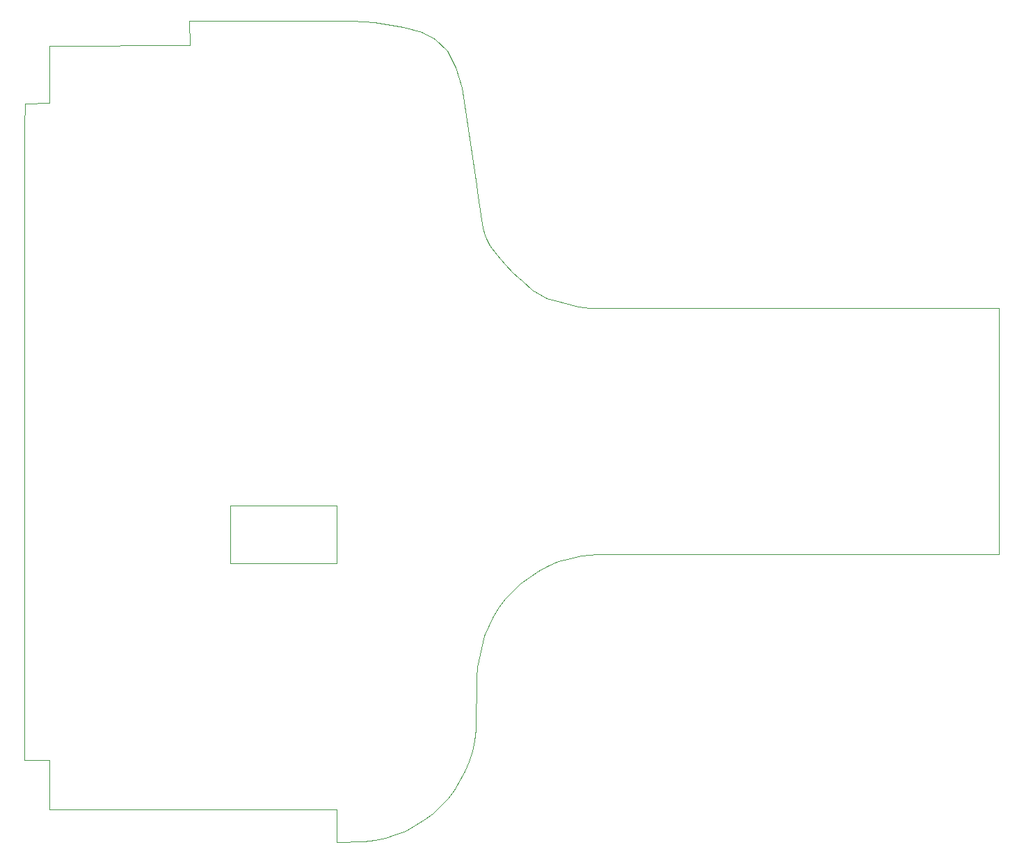
<source format=gbr>
G04 #@! TF.FileFunction,Profile,NP*
%FSLAX46Y46*%
G04 Gerber Fmt 4.6, Leading zero omitted, Abs format (unit mm)*
G04 Created by KiCad (PCBNEW 4.0.6) date 03/10/20 06:56:11*
%MOMM*%
%LPD*%
G01*
G04 APERTURE LIST*
%ADD10C,0.100000*%
%ADD11C,0.050000*%
G04 APERTURE END LIST*
D10*
D11*
X103527759Y-112433220D02*
X103527759Y-119433220D01*
X103528039Y-119433460D02*
X90528039Y-119433460D01*
X90528039Y-112433220D02*
X90528039Y-119433220D01*
X103528039Y-112433220D02*
X90528039Y-112433220D01*
X135166100Y-118402100D02*
X184137300Y-118397020D01*
X184137300Y-118397020D02*
X184147460Y-88422480D01*
X184147460Y-88422480D02*
X134315200Y-88374220D01*
X65567560Y-63466980D02*
X68534280Y-63383160D01*
X65521840Y-143446500D02*
X68511420Y-143449040D01*
X65528039Y-66397942D02*
X65521840Y-143446500D01*
X68549520Y-56438800D02*
X85618320Y-56362600D01*
X85618320Y-56362600D02*
X85598000Y-53426360D01*
X85598000Y-53426360D02*
X105481120Y-53416200D01*
X65567560Y-63466980D02*
X65528039Y-66397942D01*
X68534280Y-63383160D02*
X68549520Y-56438800D01*
X108082080Y-53558440D02*
X111660940Y-54218840D01*
X111660940Y-54218840D02*
X113827560Y-54782720D01*
X113827560Y-54782720D02*
X115458240Y-55661560D01*
X115458240Y-55661560D02*
X116933980Y-57073800D01*
X116933980Y-57073800D02*
X117970300Y-59082940D01*
X105481120Y-53416200D02*
X108082080Y-53558440D01*
X117970300Y-59082940D02*
X118745000Y-61595000D01*
X118745000Y-61595000D02*
X120528039Y-73433220D01*
X124037373Y-83075036D02*
X124921437Y-84039826D01*
X132923317Y-88205338D02*
X134315200Y-88374220D01*
X135166100Y-118402100D02*
X134175500Y-118427500D01*
X134175500Y-118427500D02*
X133286500Y-118554500D01*
X133286500Y-118554500D02*
X132923317Y-118661102D01*
X129188763Y-119838604D02*
X128028039Y-120442840D01*
X128028039Y-120442840D02*
X126924393Y-121145938D01*
X126924393Y-121145938D02*
X125886223Y-121942552D01*
X125886223Y-121942552D02*
X124921437Y-122826618D01*
X124921437Y-122826618D02*
X124037373Y-123791406D01*
X124037373Y-123791406D02*
X123240757Y-124829572D01*
X122537659Y-125933220D02*
X121432648Y-128302917D01*
X120585118Y-132125883D02*
X120528039Y-133433220D01*
X120528039Y-133433220D02*
X120470959Y-139740555D01*
X120470959Y-139740555D02*
X120300156Y-141037942D01*
X120300156Y-141037942D02*
X120016926Y-142315505D01*
X120016926Y-142315505D02*
X119623429Y-143563522D01*
X119623429Y-143563522D02*
X119122654Y-144772493D01*
X119122654Y-144772493D02*
X117815320Y-147036866D01*
X117815320Y-147036866D02*
X117018704Y-148075034D01*
X117018704Y-148075034D02*
X116134640Y-149039821D01*
X116134640Y-149039821D02*
X115169854Y-149923886D01*
X115169854Y-149923886D02*
X114131684Y-150720500D01*
X113028039Y-151423601D02*
X111867314Y-152027836D01*
X111867314Y-152027836D02*
X110658341Y-152528609D01*
X110658341Y-152528609D02*
X109410325Y-152922107D01*
X109410325Y-152922107D02*
X108132760Y-153205336D01*
X108132760Y-153205336D02*
X106835373Y-153376140D01*
X106835373Y-153376140D02*
X103528039Y-153433220D01*
X103528039Y-153433220D02*
X103528039Y-149433220D01*
X121432648Y-128302917D02*
X120585118Y-132125883D01*
X123240757Y-124829572D02*
X122537659Y-125933220D01*
X113028039Y-151423601D02*
X114131684Y-150720500D01*
X103528039Y-149433220D02*
X68546980Y-149415500D01*
X68546980Y-149415500D02*
X68511420Y-143449040D01*
X129188763Y-119838604D02*
X130238500Y-119316500D01*
X130238500Y-119316500D02*
X130746500Y-119126000D01*
X130746500Y-119126000D02*
X131645752Y-118944332D01*
X131645752Y-118944332D02*
X132923317Y-118661102D01*
X120528039Y-73433220D02*
X120713500Y-74803000D01*
X120713500Y-74803000D02*
X121031000Y-77089000D01*
X121031000Y-77089000D02*
X121285000Y-78676500D01*
X121285000Y-78676500D02*
X121539000Y-79502000D01*
X121539000Y-79502000D02*
X121729500Y-79946500D01*
X121729500Y-79946500D02*
X122174000Y-80772000D01*
X122174000Y-80772000D02*
X122999500Y-81851500D01*
X122999500Y-81851500D02*
X124037373Y-83075036D01*
X124921437Y-84039826D02*
X125603000Y-84645500D01*
X125603000Y-84645500D02*
X126111000Y-85090000D01*
X126111000Y-85090000D02*
X127317500Y-86233000D01*
X127317500Y-86233000D02*
X129095500Y-87249000D01*
X129095500Y-87249000D02*
X131000500Y-87757000D01*
X131000500Y-87757000D02*
X132923317Y-88205338D01*
X131000500Y-87757000D02*
X132923317Y-88205338D01*
X129095500Y-87249000D02*
X131000500Y-87757000D01*
X127317500Y-86233000D02*
X129095500Y-87249000D01*
X126111000Y-85090000D02*
X127317500Y-86233000D01*
X125603000Y-84645500D02*
X126111000Y-85090000D01*
X124921437Y-84039826D02*
X125603000Y-84645500D01*
X122999500Y-81851500D02*
X124037373Y-83075036D01*
X122174000Y-80772000D02*
X122999500Y-81851500D01*
X121729500Y-79946500D02*
X122174000Y-80772000D01*
X121539000Y-79502000D02*
X121729500Y-79946500D01*
X121285000Y-78676500D02*
X121539000Y-79502000D01*
X121031000Y-77089000D02*
X121285000Y-78676500D01*
X120713500Y-74803000D02*
X121031000Y-77089000D01*
X120528039Y-73433220D02*
X120713500Y-74803000D01*
X131645752Y-118944332D02*
X132923317Y-118661102D01*
X130746500Y-119126000D02*
X131645752Y-118944332D01*
X130238500Y-119316500D02*
X130746500Y-119126000D01*
X129188763Y-119838604D02*
X130238500Y-119316500D01*
X68546980Y-149415500D02*
X68511420Y-143449040D01*
X103528039Y-149433220D02*
X68546980Y-149415500D01*
X113028039Y-151423601D02*
X114131684Y-150720500D01*
X123240757Y-124829572D02*
X122537659Y-125933220D01*
X121432648Y-128302917D02*
X120585118Y-132125883D01*
X103528039Y-153433220D02*
X103528039Y-149433220D01*
X106835373Y-153376140D02*
X103528039Y-153433220D01*
X108132760Y-153205336D02*
X106835373Y-153376140D01*
X109410325Y-152922107D02*
X108132760Y-153205336D01*
X110658341Y-152528609D02*
X109410325Y-152922107D01*
X111867314Y-152027836D02*
X110658341Y-152528609D01*
X113028039Y-151423601D02*
X111867314Y-152027836D01*
X115169854Y-149923886D02*
X114131684Y-150720500D01*
X116134640Y-149039821D02*
X115169854Y-149923886D01*
X117018704Y-148075034D02*
X116134640Y-149039821D01*
X117815320Y-147036866D02*
X117018704Y-148075034D01*
X119122654Y-144772493D02*
X117815320Y-147036866D01*
X119623429Y-143563522D02*
X119122654Y-144772493D01*
X120016926Y-142315505D02*
X119623429Y-143563522D01*
X120300156Y-141037942D02*
X120016926Y-142315505D01*
X120470959Y-139740555D02*
X120300156Y-141037942D01*
X120528039Y-133433220D02*
X120470959Y-139740555D01*
X120585118Y-132125883D02*
X120528039Y-133433220D01*
X122537659Y-125933220D02*
X121432648Y-128302917D01*
X124037373Y-123791406D02*
X123240757Y-124829572D01*
X124921437Y-122826618D02*
X124037373Y-123791406D01*
X125886223Y-121942552D02*
X124921437Y-122826618D01*
X126924393Y-121145938D02*
X125886223Y-121942552D01*
X128028039Y-120442840D02*
X126924393Y-121145938D01*
X129188763Y-119838604D02*
X128028039Y-120442840D01*
X133286500Y-118554500D02*
X132923317Y-118661102D01*
X134175500Y-118427500D02*
X133286500Y-118554500D01*
X135166100Y-118402100D02*
X134175500Y-118427500D01*
X132923317Y-88205338D02*
X134315200Y-88374220D01*
X124037373Y-83075036D02*
X124921437Y-84039826D01*
X118745000Y-61595000D02*
X120528039Y-73433220D01*
X117970300Y-59082940D02*
X118745000Y-61595000D01*
X105481120Y-53416200D02*
X108082080Y-53558440D01*
X116933980Y-57073800D02*
X117970300Y-59082940D01*
X115458240Y-55661560D02*
X116933980Y-57073800D01*
X113827560Y-54782720D02*
X115458240Y-55661560D01*
X111660940Y-54218840D02*
X113827560Y-54782720D01*
X108082080Y-53558440D02*
X111660940Y-54218840D01*
X68534280Y-63383160D02*
X68549520Y-56438800D01*
X65567560Y-63466980D02*
X65528039Y-66397942D01*
X85598000Y-53426360D02*
X105481120Y-53416200D01*
X85618320Y-56362600D02*
X85598000Y-53426360D01*
X68549520Y-56438800D02*
X85618320Y-56362600D01*
X65528039Y-66397942D02*
X65521840Y-143446500D01*
X65521840Y-143446500D02*
X68511420Y-143449040D01*
X65567560Y-63466980D02*
X68534280Y-63383160D01*
X184147460Y-88422480D02*
X134315200Y-88374220D01*
X184137300Y-118397020D02*
X184147460Y-88422480D01*
X135166100Y-118402100D02*
X184137300Y-118397020D01*
X135166100Y-118402100D02*
X184137300Y-118397020D01*
X184137300Y-118397020D02*
X184147460Y-88422480D01*
X184147460Y-88422480D02*
X134315200Y-88374220D01*
X65567560Y-63466980D02*
X68534280Y-63383160D01*
X65521840Y-143446500D02*
X68511420Y-143449040D01*
X65528039Y-66397942D02*
X65521840Y-143446500D01*
X68549520Y-56438800D02*
X85618320Y-56362600D01*
X85618320Y-56362600D02*
X85598000Y-53426360D01*
X85598000Y-53426360D02*
X105481120Y-53416200D01*
X65567560Y-63466980D02*
X65528039Y-66397942D01*
X68534280Y-63383160D02*
X68549520Y-56438800D01*
X108082080Y-53558440D02*
X111660940Y-54218840D01*
X111660940Y-54218840D02*
X113827560Y-54782720D01*
X113827560Y-54782720D02*
X115458240Y-55661560D01*
X115458240Y-55661560D02*
X116933980Y-57073800D01*
X116933980Y-57073800D02*
X117970300Y-59082940D01*
X105481120Y-53416200D02*
X108082080Y-53558440D01*
X117970300Y-59082940D02*
X118745000Y-61595000D01*
X118745000Y-61595000D02*
X120528039Y-73433220D01*
X124037373Y-83075036D02*
X124921437Y-84039826D01*
X132923317Y-88205338D02*
X134315200Y-88374220D01*
X135166100Y-118402100D02*
X134175500Y-118427500D01*
X134175500Y-118427500D02*
X133286500Y-118554500D01*
X133286500Y-118554500D02*
X132923317Y-118661102D01*
X129188763Y-119838604D02*
X128028039Y-120442840D01*
X128028039Y-120442840D02*
X126924393Y-121145938D01*
X126924393Y-121145938D02*
X125886223Y-121942552D01*
X125886223Y-121942552D02*
X124921437Y-122826618D01*
X124921437Y-122826618D02*
X124037373Y-123791406D01*
X124037373Y-123791406D02*
X123240757Y-124829572D01*
X122537659Y-125933220D02*
X121432648Y-128302917D01*
X120585118Y-132125883D02*
X120528039Y-133433220D01*
X120528039Y-133433220D02*
X120470959Y-139740555D01*
X120470959Y-139740555D02*
X120300156Y-141037942D01*
X120300156Y-141037942D02*
X120016926Y-142315505D01*
X120016926Y-142315505D02*
X119623429Y-143563522D01*
X119623429Y-143563522D02*
X119122654Y-144772493D01*
X119122654Y-144772493D02*
X117815320Y-147036866D01*
X117815320Y-147036866D02*
X117018704Y-148075034D01*
X117018704Y-148075034D02*
X116134640Y-149039821D01*
X116134640Y-149039821D02*
X115169854Y-149923886D01*
X115169854Y-149923886D02*
X114131684Y-150720500D01*
X113028039Y-151423601D02*
X111867314Y-152027836D01*
X111867314Y-152027836D02*
X110658341Y-152528609D01*
X110658341Y-152528609D02*
X109410325Y-152922107D01*
X109410325Y-152922107D02*
X108132760Y-153205336D01*
X108132760Y-153205336D02*
X106835373Y-153376140D01*
X106835373Y-153376140D02*
X103528039Y-153433220D01*
X103528039Y-153433220D02*
X103528039Y-149433220D01*
X121432648Y-128302917D02*
X120585118Y-132125883D01*
X123240757Y-124829572D02*
X122537659Y-125933220D01*
X113028039Y-151423601D02*
X114131684Y-150720500D01*
X103528039Y-149433220D02*
X68546980Y-149415500D01*
X68546980Y-149415500D02*
X68511420Y-143449040D01*
X129188763Y-119838604D02*
X130238500Y-119316500D01*
X130238500Y-119316500D02*
X130746500Y-119126000D01*
X130746500Y-119126000D02*
X131645752Y-118944332D01*
X131645752Y-118944332D02*
X132923317Y-118661102D01*
X120528039Y-73433220D02*
X120713500Y-74803000D01*
X120713500Y-74803000D02*
X121031000Y-77089000D01*
X121031000Y-77089000D02*
X121285000Y-78676500D01*
X121285000Y-78676500D02*
X121539000Y-79502000D01*
X121539000Y-79502000D02*
X121729500Y-79946500D01*
X121729500Y-79946500D02*
X122174000Y-80772000D01*
X122174000Y-80772000D02*
X122999500Y-81851500D01*
X122999500Y-81851500D02*
X124037373Y-83075036D01*
X124921437Y-84039826D02*
X125603000Y-84645500D01*
X125603000Y-84645500D02*
X126111000Y-85090000D01*
X126111000Y-85090000D02*
X127317500Y-86233000D01*
X127317500Y-86233000D02*
X129095500Y-87249000D01*
X129095500Y-87249000D02*
X131000500Y-87757000D01*
X131000500Y-87757000D02*
X132923317Y-88205338D01*
X131000500Y-87757000D02*
X132923317Y-88205338D01*
X129095500Y-87249000D02*
X131000500Y-87757000D01*
X127317500Y-86233000D02*
X129095500Y-87249000D01*
X126111000Y-85090000D02*
X127317500Y-86233000D01*
X125603000Y-84645500D02*
X126111000Y-85090000D01*
X124921437Y-84039826D02*
X125603000Y-84645500D01*
X122999500Y-81851500D02*
X124037373Y-83075036D01*
X122174000Y-80772000D02*
X122999500Y-81851500D01*
X121729500Y-79946500D02*
X122174000Y-80772000D01*
X121539000Y-79502000D02*
X121729500Y-79946500D01*
X121285000Y-78676500D02*
X121539000Y-79502000D01*
X121031000Y-77089000D02*
X121285000Y-78676500D01*
X120713500Y-74803000D02*
X121031000Y-77089000D01*
X120528039Y-73433220D02*
X120713500Y-74803000D01*
X131645752Y-118944332D02*
X132923317Y-118661102D01*
X130746500Y-119126000D02*
X131645752Y-118944332D01*
X130238500Y-119316500D02*
X130746500Y-119126000D01*
X129188763Y-119838604D02*
X130238500Y-119316500D01*
X68546980Y-149415500D02*
X68511420Y-143449040D01*
X103528039Y-149433220D02*
X68546980Y-149415500D01*
X113028039Y-151423601D02*
X114131684Y-150720500D01*
X123240757Y-124829572D02*
X122537659Y-125933220D01*
X121432648Y-128302917D02*
X120585118Y-132125883D01*
X103528039Y-153433220D02*
X103528039Y-149433220D01*
X106835373Y-153376140D02*
X103528039Y-153433220D01*
X108132760Y-153205336D02*
X106835373Y-153376140D01*
X109410325Y-152922107D02*
X108132760Y-153205336D01*
X110658341Y-152528609D02*
X109410325Y-152922107D01*
X111867314Y-152027836D02*
X110658341Y-152528609D01*
X113028039Y-151423601D02*
X111867314Y-152027836D01*
X115169854Y-149923886D02*
X114131684Y-150720500D01*
X116134640Y-149039821D02*
X115169854Y-149923886D01*
X117018704Y-148075034D02*
X116134640Y-149039821D01*
X117815320Y-147036866D02*
X117018704Y-148075034D01*
X119122654Y-144772493D02*
X117815320Y-147036866D01*
X119623429Y-143563522D02*
X119122654Y-144772493D01*
X120016926Y-142315505D02*
X119623429Y-143563522D01*
X120300156Y-141037942D02*
X120016926Y-142315505D01*
X120470959Y-139740555D02*
X120300156Y-141037942D01*
X120528039Y-133433220D02*
X120470959Y-139740555D01*
X120585118Y-132125883D02*
X120528039Y-133433220D01*
X122537659Y-125933220D02*
X121432648Y-128302917D01*
X124037373Y-123791406D02*
X123240757Y-124829572D01*
X124921437Y-122826618D02*
X124037373Y-123791406D01*
X125886223Y-121942552D02*
X124921437Y-122826618D01*
X126924393Y-121145938D02*
X125886223Y-121942552D01*
X128028039Y-120442840D02*
X126924393Y-121145938D01*
X129188763Y-119838604D02*
X128028039Y-120442840D01*
X133286500Y-118554500D02*
X132923317Y-118661102D01*
X134175500Y-118427500D02*
X133286500Y-118554500D01*
X135166100Y-118402100D02*
X134175500Y-118427500D01*
X132923317Y-88205338D02*
X134315200Y-88374220D01*
X124037373Y-83075036D02*
X124921437Y-84039826D01*
X118745000Y-61595000D02*
X120528039Y-73433220D01*
X117970300Y-59082940D02*
X118745000Y-61595000D01*
X105481120Y-53416200D02*
X108082080Y-53558440D01*
X116933980Y-57073800D02*
X117970300Y-59082940D01*
X115458240Y-55661560D02*
X116933980Y-57073800D01*
X113827560Y-54782720D02*
X115458240Y-55661560D01*
X111660940Y-54218840D02*
X113827560Y-54782720D01*
X108082080Y-53558440D02*
X111660940Y-54218840D01*
X68534280Y-63383160D02*
X68549520Y-56438800D01*
X65567560Y-63466980D02*
X65528039Y-66397942D01*
X85598000Y-53426360D02*
X105481120Y-53416200D01*
X85618320Y-56362600D02*
X85598000Y-53426360D01*
X68549520Y-56438800D02*
X85618320Y-56362600D01*
X65528039Y-66397942D02*
X65521840Y-143446500D01*
X65521840Y-143446500D02*
X68511420Y-143449040D01*
X65567560Y-63466980D02*
X68534280Y-63383160D01*
X184147460Y-88422480D02*
X134315200Y-88374220D01*
X184137300Y-118397020D02*
X184147460Y-88422480D01*
X135166100Y-118402100D02*
X184137300Y-118397020D01*
X135166100Y-118402100D02*
X184137300Y-118397020D01*
X184137300Y-118397020D02*
X184147460Y-88422480D01*
X184147460Y-88422480D02*
X134315200Y-88374220D01*
X65567560Y-63466980D02*
X68534280Y-63383160D01*
X65521840Y-143446500D02*
X68511420Y-143449040D01*
X65528039Y-66397942D02*
X65521840Y-143446500D01*
X68549520Y-56438800D02*
X85618320Y-56362600D01*
X85618320Y-56362600D02*
X85598000Y-53426360D01*
X85598000Y-53426360D02*
X105481120Y-53416200D01*
X65567560Y-63466980D02*
X65528039Y-66397942D01*
X68534280Y-63383160D02*
X68549520Y-56438800D01*
X108082080Y-53558440D02*
X111660940Y-54218840D01*
X111660940Y-54218840D02*
X113827560Y-54782720D01*
X113827560Y-54782720D02*
X115458240Y-55661560D01*
X115458240Y-55661560D02*
X116933980Y-57073800D01*
X116933980Y-57073800D02*
X117970300Y-59082940D01*
X105481120Y-53416200D02*
X108082080Y-53558440D01*
X117970300Y-59082940D02*
X118745000Y-61595000D01*
X118745000Y-61595000D02*
X120528039Y-73433220D01*
X124037373Y-83075036D02*
X124921437Y-84039826D01*
X132923317Y-88205338D02*
X134315200Y-88374220D01*
X135166100Y-118402100D02*
X134175500Y-118427500D01*
X134175500Y-118427500D02*
X133286500Y-118554500D01*
X133286500Y-118554500D02*
X132923317Y-118661102D01*
X129188763Y-119838604D02*
X128028039Y-120442840D01*
X128028039Y-120442840D02*
X126924393Y-121145938D01*
X126924393Y-121145938D02*
X125886223Y-121942552D01*
X125886223Y-121942552D02*
X124921437Y-122826618D01*
X124921437Y-122826618D02*
X124037373Y-123791406D01*
X124037373Y-123791406D02*
X123240757Y-124829572D01*
X122537659Y-125933220D02*
X121432648Y-128302917D01*
X120585118Y-132125883D02*
X120528039Y-133433220D01*
X120528039Y-133433220D02*
X120470959Y-139740555D01*
X120470959Y-139740555D02*
X120300156Y-141037942D01*
X120300156Y-141037942D02*
X120016926Y-142315505D01*
X120016926Y-142315505D02*
X119623429Y-143563522D01*
X119623429Y-143563522D02*
X119122654Y-144772493D01*
X119122654Y-144772493D02*
X117815320Y-147036866D01*
X117815320Y-147036866D02*
X117018704Y-148075034D01*
X117018704Y-148075034D02*
X116134640Y-149039821D01*
X116134640Y-149039821D02*
X115169854Y-149923886D01*
X115169854Y-149923886D02*
X114131684Y-150720500D01*
X113028039Y-151423601D02*
X111867314Y-152027836D01*
X111867314Y-152027836D02*
X110658341Y-152528609D01*
X110658341Y-152528609D02*
X109410325Y-152922107D01*
X109410325Y-152922107D02*
X108132760Y-153205336D01*
X108132760Y-153205336D02*
X106835373Y-153376140D01*
X106835373Y-153376140D02*
X103528039Y-153433220D01*
X103528039Y-153433220D02*
X103528039Y-149433220D01*
X121432648Y-128302917D02*
X120585118Y-132125883D01*
X123240757Y-124829572D02*
X122537659Y-125933220D01*
X113028039Y-151423601D02*
X114131684Y-150720500D01*
X103528039Y-149433220D02*
X68546980Y-149415500D01*
X68546980Y-149415500D02*
X68511420Y-143449040D01*
X129188763Y-119838604D02*
X130238500Y-119316500D01*
X130238500Y-119316500D02*
X130746500Y-119126000D01*
X130746500Y-119126000D02*
X131645752Y-118944332D01*
X131645752Y-118944332D02*
X132923317Y-118661102D01*
X120528039Y-73433220D02*
X120713500Y-74803000D01*
X120713500Y-74803000D02*
X121031000Y-77089000D01*
X121031000Y-77089000D02*
X121285000Y-78676500D01*
X121285000Y-78676500D02*
X121539000Y-79502000D01*
X121539000Y-79502000D02*
X121729500Y-79946500D01*
X121729500Y-79946500D02*
X122174000Y-80772000D01*
X122174000Y-80772000D02*
X122999500Y-81851500D01*
X122999500Y-81851500D02*
X124037373Y-83075036D01*
X124921437Y-84039826D02*
X125603000Y-84645500D01*
X125603000Y-84645500D02*
X126111000Y-85090000D01*
X126111000Y-85090000D02*
X127317500Y-86233000D01*
X127317500Y-86233000D02*
X129095500Y-87249000D01*
X129095500Y-87249000D02*
X131000500Y-87757000D01*
X131000500Y-87757000D02*
X132923317Y-88205338D01*
X131000500Y-87757000D02*
X132923317Y-88205338D01*
X129095500Y-87249000D02*
X131000500Y-87757000D01*
X127317500Y-86233000D02*
X129095500Y-87249000D01*
X126111000Y-85090000D02*
X127317500Y-86233000D01*
X125603000Y-84645500D02*
X126111000Y-85090000D01*
X124921437Y-84039826D02*
X125603000Y-84645500D01*
X122999500Y-81851500D02*
X124037373Y-83075036D01*
X122174000Y-80772000D02*
X122999500Y-81851500D01*
X121729500Y-79946500D02*
X122174000Y-80772000D01*
X121539000Y-79502000D02*
X121729500Y-79946500D01*
X121285000Y-78676500D02*
X121539000Y-79502000D01*
X121031000Y-77089000D02*
X121285000Y-78676500D01*
X120713500Y-74803000D02*
X121031000Y-77089000D01*
X120528039Y-73433220D02*
X120713500Y-74803000D01*
X131645752Y-118944332D02*
X132923317Y-118661102D01*
X130746500Y-119126000D02*
X131645752Y-118944332D01*
X130238500Y-119316500D02*
X130746500Y-119126000D01*
X129188763Y-119838604D02*
X130238500Y-119316500D01*
X68546980Y-149415500D02*
X68511420Y-143449040D01*
X103528039Y-149433220D02*
X68546980Y-149415500D01*
X113028039Y-151423601D02*
X114131684Y-150720500D01*
X123240757Y-124829572D02*
X122537659Y-125933220D01*
X121432648Y-128302917D02*
X120585118Y-132125883D01*
X103528039Y-153433220D02*
X103528039Y-149433220D01*
X106835373Y-153376140D02*
X103528039Y-153433220D01*
X108132760Y-153205336D02*
X106835373Y-153376140D01*
X109410325Y-152922107D02*
X108132760Y-153205336D01*
X110658341Y-152528609D02*
X109410325Y-152922107D01*
X111867314Y-152027836D02*
X110658341Y-152528609D01*
X113028039Y-151423601D02*
X111867314Y-152027836D01*
X115169854Y-149923886D02*
X114131684Y-150720500D01*
X116134640Y-149039821D02*
X115169854Y-149923886D01*
X117018704Y-148075034D02*
X116134640Y-149039821D01*
X117815320Y-147036866D02*
X117018704Y-148075034D01*
X119122654Y-144772493D02*
X117815320Y-147036866D01*
X119623429Y-143563522D02*
X119122654Y-144772493D01*
X120016926Y-142315505D02*
X119623429Y-143563522D01*
X120300156Y-141037942D02*
X120016926Y-142315505D01*
X120470959Y-139740555D02*
X120300156Y-141037942D01*
X120528039Y-133433220D02*
X120470959Y-139740555D01*
X120585118Y-132125883D02*
X120528039Y-133433220D01*
X122537659Y-125933220D02*
X121432648Y-128302917D01*
X124037373Y-123791406D02*
X123240757Y-124829572D01*
X124921437Y-122826618D02*
X124037373Y-123791406D01*
X125886223Y-121942552D02*
X124921437Y-122826618D01*
X126924393Y-121145938D02*
X125886223Y-121942552D01*
X128028039Y-120442840D02*
X126924393Y-121145938D01*
X129188763Y-119838604D02*
X128028039Y-120442840D01*
X133286500Y-118554500D02*
X132923317Y-118661102D01*
X134175500Y-118427500D02*
X133286500Y-118554500D01*
X135166100Y-118402100D02*
X134175500Y-118427500D01*
X132923317Y-88205338D02*
X134315200Y-88374220D01*
X124037373Y-83075036D02*
X124921437Y-84039826D01*
X118745000Y-61595000D02*
X120528039Y-73433220D01*
X117970300Y-59082940D02*
X118745000Y-61595000D01*
X105481120Y-53416200D02*
X108082080Y-53558440D01*
X116933980Y-57073800D02*
X117970300Y-59082940D01*
X115458240Y-55661560D02*
X116933980Y-57073800D01*
X113827560Y-54782720D02*
X115458240Y-55661560D01*
X111660940Y-54218840D02*
X113827560Y-54782720D01*
X108082080Y-53558440D02*
X111660940Y-54218840D01*
X68534280Y-63383160D02*
X68549520Y-56438800D01*
X65567560Y-63466980D02*
X65528039Y-66397942D01*
X85598000Y-53426360D02*
X105481120Y-53416200D01*
X85618320Y-56362600D02*
X85598000Y-53426360D01*
X68549520Y-56438800D02*
X85618320Y-56362600D01*
X65528039Y-66397942D02*
X65521840Y-143446500D01*
X65521840Y-143446500D02*
X68511420Y-143449040D01*
X65567560Y-63466980D02*
X68534280Y-63383160D01*
X184147460Y-88422480D02*
X134315200Y-88374220D01*
X184137300Y-118397020D02*
X184147460Y-88422480D01*
X135166100Y-118402100D02*
X184137300Y-118397020D01*
X135166100Y-118402100D02*
X184137300Y-118397020D01*
X184137300Y-118397020D02*
X184147460Y-88422480D01*
X184147460Y-88422480D02*
X134315200Y-88374220D01*
X65567560Y-63466980D02*
X68534280Y-63383160D01*
X65521840Y-143446500D02*
X68511420Y-143449040D01*
X65528039Y-66397942D02*
X65521840Y-143446500D01*
X68549520Y-56438800D02*
X85618320Y-56362600D01*
X85618320Y-56362600D02*
X85598000Y-53426360D01*
X85598000Y-53426360D02*
X105481120Y-53416200D01*
X65567560Y-63466980D02*
X65528039Y-66397942D01*
X68534280Y-63383160D02*
X68549520Y-56438800D01*
X108082080Y-53558440D02*
X111660940Y-54218840D01*
X111660940Y-54218840D02*
X113827560Y-54782720D01*
X113827560Y-54782720D02*
X115458240Y-55661560D01*
X115458240Y-55661560D02*
X116933980Y-57073800D01*
X116933980Y-57073800D02*
X117970300Y-59082940D01*
X105481120Y-53416200D02*
X108082080Y-53558440D01*
X117970300Y-59082940D02*
X118745000Y-61595000D01*
X118745000Y-61595000D02*
X120528039Y-73433220D01*
X124037373Y-83075036D02*
X124921437Y-84039826D01*
X132923317Y-88205338D02*
X134315200Y-88374220D01*
X135166100Y-118402100D02*
X134175500Y-118427500D01*
X134175500Y-118427500D02*
X133286500Y-118554500D01*
X133286500Y-118554500D02*
X132923317Y-118661102D01*
X129188763Y-119838604D02*
X128028039Y-120442840D01*
X128028039Y-120442840D02*
X126924393Y-121145938D01*
X126924393Y-121145938D02*
X125886223Y-121942552D01*
X125886223Y-121942552D02*
X124921437Y-122826618D01*
X124921437Y-122826618D02*
X124037373Y-123791406D01*
X124037373Y-123791406D02*
X123240757Y-124829572D01*
X122537659Y-125933220D02*
X121432648Y-128302917D01*
X120585118Y-132125883D02*
X120528039Y-133433220D01*
X120528039Y-133433220D02*
X120470959Y-139740555D01*
X120470959Y-139740555D02*
X120300156Y-141037942D01*
X120300156Y-141037942D02*
X120016926Y-142315505D01*
X120016926Y-142315505D02*
X119623429Y-143563522D01*
X119623429Y-143563522D02*
X119122654Y-144772493D01*
X119122654Y-144772493D02*
X117815320Y-147036866D01*
X117815320Y-147036866D02*
X117018704Y-148075034D01*
X117018704Y-148075034D02*
X116134640Y-149039821D01*
X116134640Y-149039821D02*
X115169854Y-149923886D01*
X115169854Y-149923886D02*
X114131684Y-150720500D01*
X113028039Y-151423601D02*
X111867314Y-152027836D01*
X111867314Y-152027836D02*
X110658341Y-152528609D01*
X110658341Y-152528609D02*
X109410325Y-152922107D01*
X109410325Y-152922107D02*
X108132760Y-153205336D01*
X108132760Y-153205336D02*
X106835373Y-153376140D01*
X106835373Y-153376140D02*
X103528039Y-153433220D01*
X103528039Y-153433220D02*
X103528039Y-149433220D01*
X121432648Y-128302917D02*
X120585118Y-132125883D01*
X123240757Y-124829572D02*
X122537659Y-125933220D01*
X113028039Y-151423601D02*
X114131684Y-150720500D01*
X103528039Y-149433220D02*
X68546980Y-149415500D01*
X68546980Y-149415500D02*
X68511420Y-143449040D01*
X129188763Y-119838604D02*
X130238500Y-119316500D01*
X130238500Y-119316500D02*
X130746500Y-119126000D01*
X130746500Y-119126000D02*
X131645752Y-118944332D01*
X131645752Y-118944332D02*
X132923317Y-118661102D01*
X120528039Y-73433220D02*
X120713500Y-74803000D01*
X120713500Y-74803000D02*
X121031000Y-77089000D01*
X121031000Y-77089000D02*
X121285000Y-78676500D01*
X121285000Y-78676500D02*
X121539000Y-79502000D01*
X121539000Y-79502000D02*
X121729500Y-79946500D01*
X121729500Y-79946500D02*
X122174000Y-80772000D01*
X122174000Y-80772000D02*
X122999500Y-81851500D01*
X122999500Y-81851500D02*
X124037373Y-83075036D01*
X124921437Y-84039826D02*
X125603000Y-84645500D01*
X125603000Y-84645500D02*
X126111000Y-85090000D01*
X126111000Y-85090000D02*
X127317500Y-86233000D01*
X127317500Y-86233000D02*
X129095500Y-87249000D01*
X129095500Y-87249000D02*
X131000500Y-87757000D01*
X131000500Y-87757000D02*
X132923317Y-88205338D01*
X131000500Y-87757000D02*
X132923317Y-88205338D01*
X129095500Y-87249000D02*
X131000500Y-87757000D01*
X127317500Y-86233000D02*
X129095500Y-87249000D01*
X126111000Y-85090000D02*
X127317500Y-86233000D01*
X125603000Y-84645500D02*
X126111000Y-85090000D01*
X124921437Y-84039826D02*
X125603000Y-84645500D01*
X122999500Y-81851500D02*
X124037373Y-83075036D01*
X122174000Y-80772000D02*
X122999500Y-81851500D01*
X121729500Y-79946500D02*
X122174000Y-80772000D01*
X121539000Y-79502000D02*
X121729500Y-79946500D01*
X121285000Y-78676500D02*
X121539000Y-79502000D01*
X121031000Y-77089000D02*
X121285000Y-78676500D01*
X120713500Y-74803000D02*
X121031000Y-77089000D01*
X120528039Y-73433220D02*
X120713500Y-74803000D01*
X131645752Y-118944332D02*
X132923317Y-118661102D01*
X130746500Y-119126000D02*
X131645752Y-118944332D01*
X130238500Y-119316500D02*
X130746500Y-119126000D01*
X129188763Y-119838604D02*
X130238500Y-119316500D01*
X68546980Y-149415500D02*
X68511420Y-143449040D01*
X103528039Y-149433220D02*
X68546980Y-149415500D01*
X113028039Y-151423601D02*
X114131684Y-150720500D01*
X123240757Y-124829572D02*
X122537659Y-125933220D01*
X121432648Y-128302917D02*
X120585118Y-132125883D01*
X103528039Y-153433220D02*
X103528039Y-149433220D01*
X106835373Y-153376140D02*
X103528039Y-153433220D01*
X108132760Y-153205336D02*
X106835373Y-153376140D01*
X109410325Y-152922107D02*
X108132760Y-153205336D01*
X110658341Y-152528609D02*
X109410325Y-152922107D01*
X111867314Y-152027836D02*
X110658341Y-152528609D01*
X113028039Y-151423601D02*
X111867314Y-152027836D01*
X115169854Y-149923886D02*
X114131684Y-150720500D01*
X116134640Y-149039821D02*
X115169854Y-149923886D01*
X117018704Y-148075034D02*
X116134640Y-149039821D01*
X117815320Y-147036866D02*
X117018704Y-148075034D01*
X119122654Y-144772493D02*
X117815320Y-147036866D01*
X119623429Y-143563522D02*
X119122654Y-144772493D01*
X120016926Y-142315505D02*
X119623429Y-143563522D01*
X120300156Y-141037942D02*
X120016926Y-142315505D01*
X120470959Y-139740555D02*
X120300156Y-141037942D01*
X120528039Y-133433220D02*
X120470959Y-139740555D01*
X120585118Y-132125883D02*
X120528039Y-133433220D01*
X122537659Y-125933220D02*
X121432648Y-128302917D01*
X124037373Y-123791406D02*
X123240757Y-124829572D01*
X124921437Y-122826618D02*
X124037373Y-123791406D01*
X125886223Y-121942552D02*
X124921437Y-122826618D01*
X126924393Y-121145938D02*
X125886223Y-121942552D01*
X128028039Y-120442840D02*
X126924393Y-121145938D01*
X129188763Y-119838604D02*
X128028039Y-120442840D01*
X133286500Y-118554500D02*
X132923317Y-118661102D01*
X134175500Y-118427500D02*
X133286500Y-118554500D01*
X135166100Y-118402100D02*
X134175500Y-118427500D01*
X132923317Y-88205338D02*
X134315200Y-88374220D01*
X124037373Y-83075036D02*
X124921437Y-84039826D01*
X118745000Y-61595000D02*
X120528039Y-73433220D01*
X117970300Y-59082940D02*
X118745000Y-61595000D01*
X105481120Y-53416200D02*
X108082080Y-53558440D01*
X116933980Y-57073800D02*
X117970300Y-59082940D01*
X115458240Y-55661560D02*
X116933980Y-57073800D01*
X113827560Y-54782720D02*
X115458240Y-55661560D01*
X111660940Y-54218840D02*
X113827560Y-54782720D01*
X108082080Y-53558440D02*
X111660940Y-54218840D01*
X68534280Y-63383160D02*
X68549520Y-56438800D01*
X65567560Y-63466980D02*
X65528039Y-66397942D01*
X85598000Y-53426360D02*
X105481120Y-53416200D01*
X85618320Y-56362600D02*
X85598000Y-53426360D01*
X68549520Y-56438800D02*
X85618320Y-56362600D01*
X65528039Y-66397942D02*
X65521840Y-143446500D01*
X65521840Y-143446500D02*
X68511420Y-143449040D01*
X65567560Y-63466980D02*
X68534280Y-63383160D01*
X184147460Y-88422480D02*
X134315200Y-88374220D01*
X184137300Y-118397020D02*
X184147460Y-88422480D01*
X135166100Y-118402100D02*
X184137300Y-118397020D01*
M02*

</source>
